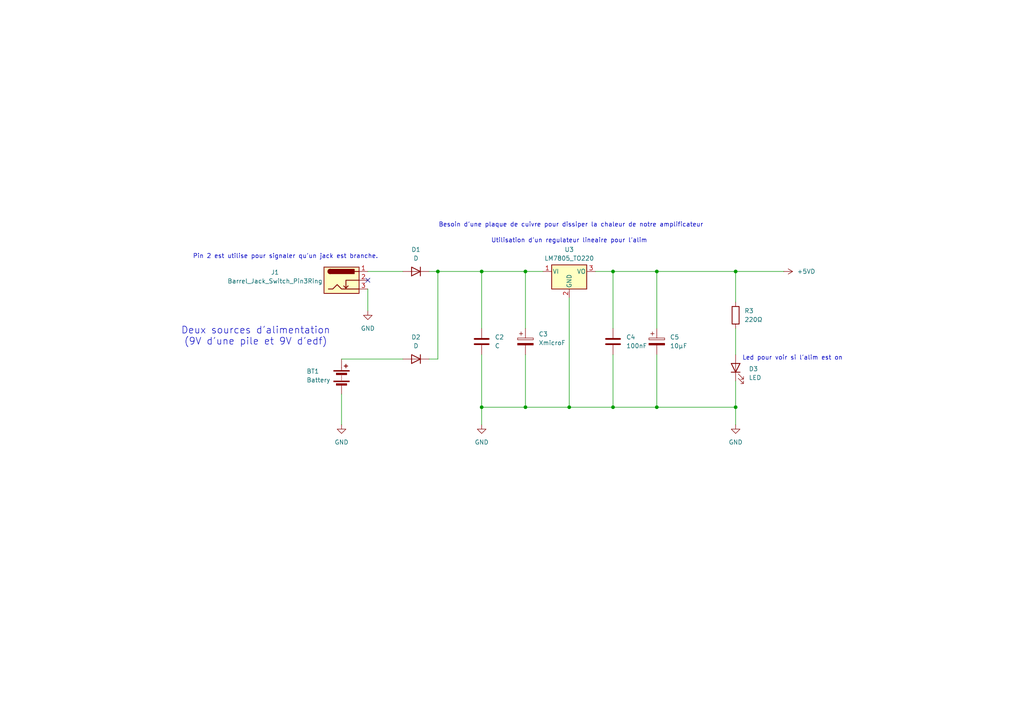
<source format=kicad_sch>
(kicad_sch (version 20250114) (generator "eeschema") (generator_version "9.0")
  (paper "A4")
  (lib_symbols
    (symbol "Connector:Barrel_Jack_Switch_Pin3Ring" (pin_names (hide yes))
      (property "Reference" "J" (at 0 5.334 0))
      (property "Value" "Barrel_Jack_Switch_Pin3Ring" (at 0 -5.08 0))
      (symbol "Barrel_Jack_Switch_Pin3Ring_0_1"
        (rectangle (start -5.08 3.81) (end 5.08 -3.81) (stroke (width 0.254)) (fill (type background)))
        (polyline (pts (xy -3.81 -2.54) (xy -2.54 -2.54) (xy -1.27 -1.27) (xy 0 -2.54) (xy 2.54 -2.54) (xy 5.08 -2.54)) (stroke (width 0.254)))
        (arc (start -3.302 1.905) (mid -3.9343 2.54) (end -3.302 3.175) (stroke (width 0.254)))
        (arc (start -3.302 1.905) (mid -3.9343 2.54) (end -3.302 3.175) (stroke (width 0.254)) (fill (type outline)))
        (polyline (pts (xy 1.27 -2.286) (xy 1.905 -1.651)) (stroke (width 0.254)))
        (rectangle (start 3.683 3.175) (end -3.302 1.905) (stroke (width 0.254)) (fill (type outline)))
        (polyline (pts (xy 5.08 2.54) (xy 3.81 2.54)) (stroke (width 0.254)))
        (polyline (pts (xy 5.08 0) (xy 1.27 0) (xy 1.27 -2.286) (xy 0.635 -1.651)) (stroke (width 0.254)))
      )
      (symbol "Barrel_Jack_Switch_Pin3Ring_1_1"
        (pin passive line (at 7.62 2.54 180) (length 2.54) (name "~") (number "1"))
        (pin passive line (at 7.62 0 180) (length 2.54) (name "~") (number "2"))
        (pin passive line (at 7.62 -2.54 180) (length 2.54) (name "~") (number "3"))
      )
    )
    (symbol "Device:Battery" (pin_numbers (hide yes)) (pin_names (offset 0) (hide yes))
      (property "Reference" "BT" (at 2.54 2.54 0))
      (property "Value" "Battery" (at 2.54 0 0))
      (symbol "Battery_0_1"
        (rectangle (start -2.286 1.778) (end 2.286 1.524) (fill (type outline)))
        (rectangle (start -2.286 -1.27) (end 2.286 -1.524) (fill (type outline)))
        (rectangle (start -1.524 1.016) (end 1.524 0.508) (fill (type outline)))
        (rectangle (start -1.524 -2.032) (end 1.524 -2.54) (fill (type outline)))
        (polyline (pts (xy 0 1.778) (xy 0 2.54)))
        (polyline (pts (xy 0 0) (xy 0 0.254)))
        (polyline (pts (xy 0 -0.508) (xy 0 -0.254)))
        (polyline (pts (xy 0 -1.016) (xy 0 -0.762)))
        (polyline (pts (xy 0.762 3.048) (xy 1.778 3.048)) (stroke (width 0.254)))
        (polyline (pts (xy 1.27 3.556) (xy 1.27 2.54)) (stroke (width 0.254)))
      )
      (symbol "Battery_1_1"
        (pin passive line (at 0 5.08 270) (length 2.54) (name "+") (number "1"))
        (pin passive line (at 0 -5.08 90) (length 2.54) (name "-") (number "2"))
      )
    )
    (symbol "Device:C" (pin_numbers (hide yes)) (pin_names (offset 0.254))
      (property "Reference" "C" (at 0.635 2.54 0))
      (property "Value" "C" (at 0.635 -2.54 0))
      (symbol "C_0_1"
        (polyline (pts (xy -2.032 0.762) (xy 2.032 0.762)) (stroke (width 0.508)))
        (polyline (pts (xy -2.032 -0.762) (xy 2.032 -0.762)) (stroke (width 0.508)))
      )
      (symbol "C_1_1"
        (pin passive line (at 0 3.81 270) (length 2.794) (name "~") (number "1"))
        (pin passive line (at 0 -3.81 90) (length 2.794) (name "~") (number "2"))
      )
    )
    (symbol "Device:C_Polarized" (pin_numbers (hide yes)) (pin_names (offset 0.254))
      (property "Reference" "C" (at 0.635 2.54 0))
      (property "Value" "C_Polarized" (at 0.635 -2.54 0))
      (symbol "C_Polarized_0_1"
        (rectangle (start -2.286 0.508) (end 2.286 1.016))
        (polyline (pts (xy -1.778 2.286) (xy -0.762 2.286)))
        (polyline (pts (xy -1.27 2.794) (xy -1.27 1.778)))
        (rectangle (start 2.286 -0.508) (end -2.286 -1.016) (fill (type outline)))
      )
      (symbol "C_Polarized_1_1"
        (pin passive line (at 0 3.81 270) (length 2.794) (name "~") (number "1"))
        (pin passive line (at 0 -3.81 90) (length 2.794) (name "~") (number "2"))
      )
    )
    (symbol "Device:D" (pin_numbers (hide yes)) (pin_names (offset 1.016) (hide yes))
      (property "Reference" "D" (at 0 2.54 0))
      (property "Value" "D" (at 0 -2.54 0))
      (symbol "D_0_1"
        (polyline (pts (xy -1.27 1.27) (xy -1.27 -1.27)) (stroke (width 0.254)))
        (polyline (pts (xy 1.27 1.27) (xy 1.27 -1.27) (xy -1.27 0) (xy 1.27 1.27)) (stroke (width 0.254)))
        (polyline (pts (xy 1.27 0) (xy -1.27 0)))
      )
      (symbol "D_1_1"
        (pin passive line (at -3.81 0 0) (length 2.54) (name "K") (number "1"))
        (pin passive line (at 3.81 0 180) (length 2.54) (name "A") (number "2"))
      )
    )
    (symbol "Device:LED" (pin_numbers (hide yes)) (pin_names (offset 1.016) (hide yes))
      (property "Reference" "D" (at 0 2.54 0))
      (property "Value" "LED" (at 0 -2.54 0))
      (symbol "LED_0_1"
        (polyline (pts (xy -3.048 -0.762) (xy -4.572 -2.286) (xy -3.81 -2.286) (xy -4.572 -2.286) (xy -4.572 -1.524)))
        (polyline (pts (xy -1.778 -0.762) (xy -3.302 -2.286) (xy -2.54 -2.286) (xy -3.302 -2.286) (xy -3.302 -1.524)))
        (polyline (pts (xy -1.27 0) (xy 1.27 0)))
        (polyline (pts (xy -1.27 -1.27) (xy -1.27 1.27)) (stroke (width 0.254)))
        (polyline (pts (xy 1.27 -1.27) (xy 1.27 1.27) (xy -1.27 0) (xy 1.27 -1.27)) (stroke (width 0.254)))
      )
      (symbol "LED_1_1"
        (pin passive line (at -3.81 0 0) (length 2.54) (name "K") (number "1"))
        (pin passive line (at 3.81 0 180) (length 2.54) (name "A") (number "2"))
      )
    )
    (symbol "Device:R" (pin_numbers (hide yes)) (pin_names (offset 0))
      (property "Reference" "R" (at 2.032 0 90))
      (property "Value" "R" (at 0 0 90))
      (symbol "R_0_1"
        (rectangle (start -1.016 -2.54) (end 1.016 2.54) (stroke (width 0.254)))
      )
      (symbol "R_1_1"
        (pin passive line (at 0 3.81 270) (length 1.27) (name "~") (number "1"))
        (pin passive line (at 0 -3.81 90) (length 1.27) (name "~") (number "2"))
      )
    )
    (symbol "Regulator_Linear:LM7805_TO220" (pin_names (offset 0.254))
      (property "Reference" "U" (at -3.81 3.175 0))
      (property "Value" "LM7805_TO220" (at 0 3.175 0))
      (symbol "LM7805_TO220_0_1"
        (rectangle (start -5.08 1.905) (end 5.08 -5.08) (stroke (width 0.254)) (fill (type background)))
      )
      (symbol "LM7805_TO220_1_1"
        (pin power_in line (at -7.62 0 0) (length 2.54) (name "VI") (number "1"))
        (pin power_in line (at 0 -7.62 90) (length 2.54) (name "GND") (number "2"))
        (pin power_out line (at 7.62 0 180) (length 2.54) (name "VO") (number "3"))
      )
    )
    (symbol "power:+5VD" (power) (pin_numbers (hide yes)) (pin_names (offset 0) (hide yes))
      (property "Value" "+5VD" (at 0 3.556 0))
      (symbol "+5VD_0_1"
        (polyline (pts (xy -0.762 1.27) (xy 0 2.54)))
        (polyline (pts (xy 0 2.54) (xy 0.762 1.27)))
        (polyline (pts (xy 0 0) (xy 0 2.54)))
      )
      (symbol "+5VD_1_1"
        (pin power_in line (at 0 0 90) (length 0) (name "~") (number "1"))
      )
    )
    (symbol "power:GND" (power) (pin_numbers (hide yes)) (pin_names (offset 0) (hide yes))
      (property "Value" "GND" (at 0 -3.81 0))
      (symbol "GND_0_1"
        (polyline (pts (xy 0 0) (xy 0 -1.27) (xy 1.27 -1.27) (xy 0 -2.54) (xy -1.27 -1.27) (xy 0 -1.27)))
      )
      (symbol "GND_1_1"
        (pin power_in line (at 0 0 270) (length 0) (name "~") (number "1"))
      )
    )
  )
  (text "Pin 2 est utilise pour signaler qu'un jack est branche." (at 82.804 74.422 0) (effects (font (size 1.27 1.27))))
  (text "Deux sources d'alimentation\n(9V d'une pile et 9V d'edf)" (at 74.168 97.536 0) (effects (font (size 2 2))))
  (text "Led pour voir si l'alim est on" (at 229.87 103.886 0) (effects (font (size 1.27 1.27))))
  (text "Besoin d'une plaque de cuivre pour dissiper la chaleur de notre amplificateur" (at 165.608 65.278 0) (effects (font (size 1.27 1.27))))
  (text "Utilisation d'un regulateur lineaire pour l'alim" (at 165.1 69.85 0) (effects (font (size 1.27 1.27))))
  (junction (at 213.36 78.74))
  (junction (at 190.5 78.74))
  (junction (at 152.4 78.74))
  (junction (at 177.8 78.74))
  (junction (at 165.1 118.11))
  (junction (at 177.8 118.11))
  (junction (at 152.4 118.11))
  (junction (at 213.36 118.11))
  (junction (at 127 78.74))
  (junction (at 190.5 118.11))
  (junction (at 139.7 78.74))
  (junction (at 139.7 118.11))
  (no_connect (at 106.68 81.28))
  (wire (pts (xy 190.5 78.74) (xy 190.5 95.25)))
  (wire (pts (xy 213.36 118.11) (xy 213.36 123.19)))
  (wire (pts (xy 124.46 78.74) (xy 127 78.74)))
  (wire (pts (xy 177.8 118.11) (xy 190.5 118.11)))
  (wire (pts (xy 213.36 78.74) (xy 227.33 78.74)))
  (wire (pts (xy 124.46 104.14) (xy 127 104.14)))
  (wire (pts (xy 152.4 118.11) (xy 165.1 118.11)))
  (wire (pts (xy 106.68 83.82) (xy 106.68 90.17)))
  (wire (pts (xy 213.36 95.25) (xy 213.36 102.87)))
  (wire (pts (xy 139.7 78.74) (xy 139.7 95.25)))
  (wire (pts (xy 152.4 78.74) (xy 152.4 95.25)))
  (wire (pts (xy 213.36 78.74) (xy 213.36 87.63)))
  (wire (pts (xy 190.5 78.74) (xy 213.36 78.74)))
  (wire (pts (xy 152.4 102.87) (xy 152.4 118.11)))
  (wire (pts (xy 213.36 110.49) (xy 213.36 118.11)))
  (wire (pts (xy 157.48 78.74) (xy 152.4 78.74)))
  (wire (pts (xy 127 78.74) (xy 127 104.14)))
  (wire (pts (xy 172.72 78.74) (xy 177.8 78.74)))
  (wire (pts (xy 127 78.74) (xy 139.7 78.74)))
  (wire (pts (xy 139.7 102.87) (xy 139.7 118.11)))
  (wire (pts (xy 177.8 78.74) (xy 190.5 78.74)))
  (wire (pts (xy 139.7 118.11) (xy 139.7 123.19)))
  (wire (pts (xy 213.36 118.11) (xy 190.5 118.11)))
  (wire (pts (xy 177.8 102.87) (xy 177.8 118.11)))
  (wire (pts (xy 165.1 118.11) (xy 177.8 118.11)))
  (wire (pts (xy 165.1 86.36) (xy 165.1 118.11)))
  (wire (pts (xy 177.8 78.74) (xy 177.8 95.25)))
  (wire (pts (xy 99.06 114.3) (xy 99.06 123.19)))
  (wire (pts (xy 139.7 118.11) (xy 152.4 118.11)))
  (wire (pts (xy 99.06 104.14) (xy 116.84 104.14)))
  (wire (pts (xy 152.4 78.74) (xy 139.7 78.74)))
  (wire (pts (xy 106.68 78.74) (xy 116.84 78.74)))
  (wire (pts (xy 190.5 102.87) (xy 190.5 118.11)))
  (symbol (lib_id "Device:D") (at 120.65 104.14 180) (unit 1)
    (property "Reference" "D2" (at 120.65 97.79 0))
    (property "Value" "D" (at 120.65 100.33 0))
    (property "Footprint" "Diode_THT:D_5W_P10.16mm_Horizontal" (effects (hide yes)))
    (property "Description" "Diode" (effects (hide yes)))
    (property "Sim.Device" "D" (effects (hide yes)))
    (property "Sim.Pins" "1=K 2=A" (effects (hide yes)))
  )
  (symbol (lib_id "power:GND") (at 99.06 123.19 0) (unit 1)
    (property "Reference" "#PWR09" (effects (hide yes)))
    (property "Value" "GND" (at 99.06 128.27 0))
    (property "Description" "Power symbol creates a global label with name \"GND\" , ground" (effects (hide yes)))
  )
  (symbol (lib_id "Device:C_Polarized") (at 190.5 99.06 0) (unit 1)
    (property "Reference" "C5" (at 194.31 97.79 0) (effects (justify left)))
    (property "Value" "10µF" (at 194.31 100.33 0) (effects (justify left)))
    (property "Footprint" "Capacitor_THT:CP_Radial_D4.0mm_P1.50mm" (effects (hide yes)))
    (property "Description" "Polarized capacitor" (effects (hide yes)))
  )
  (symbol (lib_id "Device:D") (at 120.65 78.74 180) (unit 1)
    (property "Reference" "D1" (at 120.65 72.39 0))
    (property "Value" "D" (at 120.65 74.93 0))
    (property "Footprint" "Diode_THT:D_5W_P10.16mm_Horizontal" (effects (hide yes)))
    (property "Description" "Diode" (effects (hide yes)))
    (property "Sim.Device" "D" (effects (hide yes)))
    (property "Sim.Pins" "1=K 2=A" (effects (hide yes)))
  )
  (symbol (lib_id "Device:R") (at 213.36 91.44 0) (unit 1)
    (property "Reference" "R3" (at 215.9 90.1699 0) (effects (justify left)))
    (property "Value" "220Ω" (at 215.9 92.7099 0) (effects (justify left)))
    (property "Footprint" "Resistor_THT:R_Axial_DIN0204_L3.6mm_D1.6mm_P7.62mm_Horizontal" (effects (hide yes)))
    (property "Description" "Resistor" (effects (hide yes)))
  )
  (symbol (lib_id "Device:C") (at 139.7 99.06 0) (unit 1)
    (property "Reference" "C2" (at 143.51 97.7899 0) (effects (justify left)))
    (property "Value" "C" (at 143.51 100.3299 0) (effects (justify left)))
    (property "Footprint" "Capacitor_THT:CP_Radial_D4.0mm_P1.50mm" (effects (hide yes)))
    (property "Description" "Unpolarized capacitor" (effects (hide yes)))
  )
  (symbol (lib_id "power:GND") (at 106.68 90.17 0) (unit 1)
    (property "Reference" "#PWR010" (effects (hide yes)))
    (property "Value" "GND" (at 106.68 95.25 0))
    (property "Description" "Power symbol creates a global label with name \"GND\" , ground" (effects (hide yes)))
  )
  (symbol (lib_id "Device:C_Polarized") (at 152.4 99.06 0) (unit 1)
    (property "Reference" "C3" (at 156.21 96.9009 0) (effects (justify left)))
    (property "Value" "XmicroF" (at 156.21 99.4409 0) (effects (justify left)))
    (property "Footprint" "Capacitor_THT:CP_Radial_D4.0mm_P1.50mm" (effects (hide yes)))
    (property "Description" "Polarized capacitor" (effects (hide yes)))
  )
  (symbol (lib_id "power:+5VD") (at 227.33 78.74 270) (unit 1)
    (property "Reference" "#PWR013" (effects (hide yes)))
    (property "Value" "+5VD" (at 231.14 78.7399 90) (effects (justify left)))
    (property "Description" "Power symbol creates a global label with name \"+5VD\"" (effects (hide yes)))
  )
  (symbol (lib_id "power:GND") (at 139.7 123.19 0) (unit 1)
    (property "Reference" "#PWR011" (effects (hide yes)))
    (property "Value" "GND" (at 139.7 128.27 0))
    (property "Description" "Power symbol creates a global label with name \"GND\" , ground" (effects (hide yes)))
  )
  (symbol (lib_id "Connector:Barrel_Jack_Switch_Pin3Ring") (at 99.06 81.28 0) (unit 1)
    (property "Reference" "J1" (at 79.756 78.994 0))
    (property "Value" "Barrel_Jack_Switch_Pin3Ring" (at 79.756 81.534 0))
    (property "Footprint" "Connector_BarrelJack:BarrelJack_CUI_PJ-036AH-SMT_Horizontal" (effects (hide yes)))
    (property "Description" "DC Barrel Jack with an internal switch" (effects (hide yes)))
  )
  (symbol (lib_id "Device:C") (at 177.8 99.06 0) (unit 1)
    (property "Reference" "C4" (at 181.61 97.7899 0) (effects (justify left)))
    (property "Value" "100nF" (at 181.61 100.3299 0) (effects (justify left)))
    (property "Footprint" "Capacitor_THT:CP_Radial_D4.0mm_P1.50mm" (effects (hide yes)))
    (property "Description" "Unpolarized capacitor" (effects (hide yes)))
  )
  (symbol (lib_id "Device:LED") (at 213.36 106.68 90) (unit 1)
    (property "Reference" "D3" (at 217.17 106.9974 90) (effects (justify right)))
    (property "Value" "LED" (at 217.17 109.5374 90) (effects (justify right)))
    (property "Footprint" "LED_THT:LED_D5.0mm" (effects (hide yes)))
    (property "Description" "Light emitting diode" (effects (hide yes)))
    (property "Sim.Pins" "1=K 2=A" (effects (hide yes)))
  )
  (symbol (lib_id "power:GND") (at 213.36 123.19 0) (unit 1)
    (property "Reference" "#PWR012" (effects (hide yes)))
    (property "Value" "GND" (at 213.36 128.27 0))
    (property "Description" "Power symbol creates a global label with name \"GND\" , ground" (effects (hide yes)))
  )
  (symbol (lib_id "Device:Battery") (at 99.06 109.22 0) (unit 1)
    (property "Reference" "BT1" (at 88.9 107.696 0) (effects (justify left)))
    (property "Value" "Battery" (at 88.9 110.236 0) (effects (justify left)))
    (property "Footprint" "Connector_PinSocket_2.00mm:PinSocket_1x02_P2.00mm_Vertical" (effects (hide yes)))
    (property "Description" "Multiple-cell battery" (effects (hide yes)))
  )
  (symbol (lib_id "Regulator_Linear:LM7805_TO220") (at 165.1 78.74 0) (unit 1)
    (property "Reference" "U3" (at 165.1 72.39 0))
    (property "Value" "LM7805_TO220" (at 165.1 74.93 0))
    (property "Footprint" "Package_TO_SOT_THT:TO-220-4_Horizontal_TabDown" (effects (hide yes)))
    (property "Datasheet" "https://www.onsemi.cn/PowerSolutions/document/MC7800-D.PDF" (effects (hide yes)))
    (property "Description" "Positive 1A 35V Linear Regulator, Fixed Output 5V, TO-220" (effects (hide yes)))
  )
)
</source>
